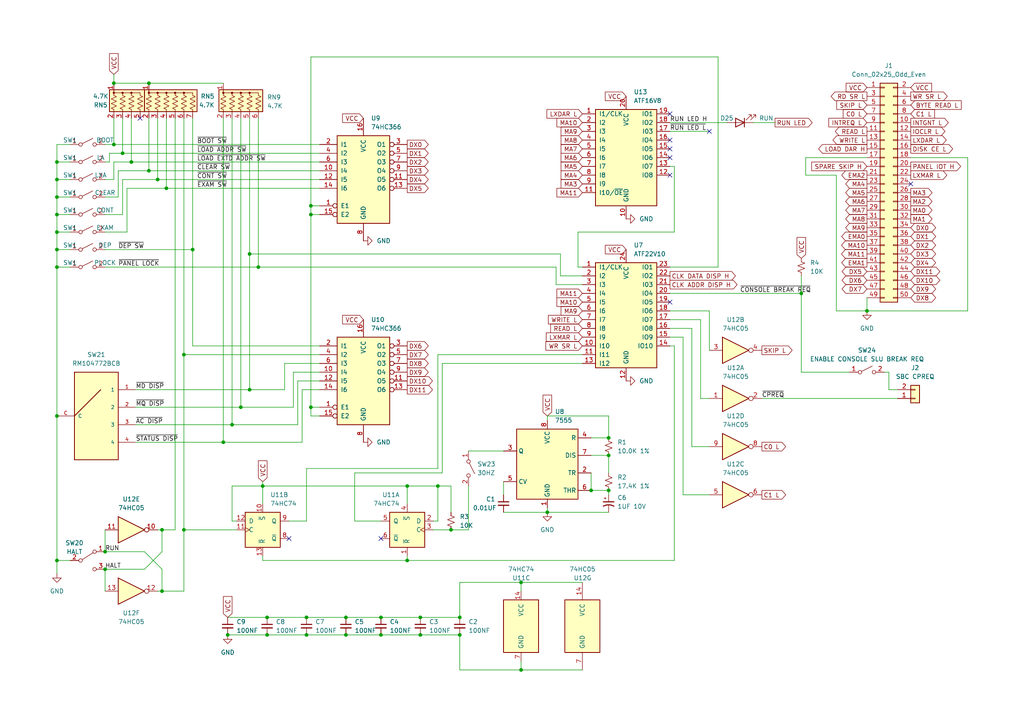
<source format=kicad_sch>
(kicad_sch (version 20230121) (generator eeschema)
  (paper "A4")
  (title_block (title "SBC6120 Mini Front Panel") (date "2023-12-04") (rev "1.0") (company "Chris Tersteeg"))
  (lib_symbols
    (symbol "74xx:74HC74" (pin_names (offset 1.016))
      (property "Reference" "U" (at -7.62 8.89 0))
      (property "Value" "74HC74" (at -7.62 -8.89 0))
      (symbol "74HC74_1_0"
        (pin input line (at 0 -7.62 90) (length 2.54) (name "~{R}") (number "1"))
        (pin input line (at -7.62 2.54 0) (length 2.54) (name "D") (number "2"))
        (pin input clock (at -7.62 0 0) (length 2.54) (name "C") (number "3"))
        (pin input line (at 0 7.62 270) (length 2.54) (name "~{S}") (number "4"))
        (pin output line (at 7.62 2.54 180) (length 2.54) (name "Q") (number "5"))
        (pin output line (at 7.62 -2.54 180) (length 2.54) (name "~{Q}") (number "6"))
      )
      (symbol "74HC74_2_0"
        (pin input line (at 0 7.62 270) (length 2.54) (name "~{S}") (number "10"))
        (pin input clock (at -7.62 0 0) (length 2.54) (name "C") (number "11"))
        (pin input line (at -7.62 2.54 0) (length 2.54) (name "D") (number "12"))
        (pin input line (at 0 -7.62 90) (length 2.54) (name "~{R}") (number "13"))
        (pin output line (at 7.62 -2.54 180) (length 2.54) (name "~{Q}") (number "8"))
        (pin output line (at 7.62 2.54 180) (length 2.54) (name "Q") (number "9"))
      )
      (symbol "74HC74_3_0"
        (pin power_in line (at 0 10.16 270) (length 2.54) (name "VCC") (number "14"))
        (pin power_in line (at 0 -10.16 90) (length 2.54) (name "GND") (number "7"))
      )
    )
    (symbol "74xx:74LS05" (pin_names (offset 1.016))
      (property "Reference" "U" (at 0 1.27 0))
      (property "Value" "74LS05" (at 0 -1.27 0))
      (symbol "74LS05_1_0"
        (pin input line (at -7.62 0 0) (length 3.81) (name "~") (number "1"))
        (pin open_collector inverted (at 7.62 0 180) (length 3.81) (name "~") (number "2"))
      )
      (symbol "74LS05_2_0"
        (pin input line (at -7.62 0 0) (length 3.81) (name "~") (number "3"))
        (pin open_collector inverted (at 7.62 0 180) (length 3.81) (name "~") (number "4"))
      )
      (symbol "74LS05_3_0"
        (pin input line (at -7.62 0 0) (length 3.81) (name "~") (number "5"))
        (pin open_collector inverted (at 7.62 0 180) (length 3.81) (name "~") (number "6"))
      )
      (symbol "74LS05_4_0"
        (pin open_collector inverted (at 7.62 0 180) (length 3.81) (name "~") (number "8"))
        (pin input line (at -7.62 0 0) (length 3.81) (name "~") (number "9"))
      )
      (symbol "74LS05_5_0"
        (pin open_collector inverted (at 7.62 0 180) (length 3.81) (name "~") (number "10"))
        (pin input line (at -7.62 0 0) (length 3.81) (name "~") (number "11"))
      )
      (symbol "74LS05_6_0"
        (pin open_collector inverted (at 7.62 0 180) (length 3.81) (name "~") (number "12"))
        (pin input line (at -7.62 0 0) (length 3.81) (name "~") (number "13"))
      )
      (symbol "74LS05_7_0"
        (pin power_in line (at 0 12.7 270) (length 5.08) (name "VCC") (number "14"))
        (pin power_in line (at 0 -12.7 90) (length 5.08) (name "GND") (number "7"))
      )
    )
    (symbol "74xx:74LS366" (pin_names (offset 1.016))
      (property "Reference" "U" (at -7.62 13.97 0))
      (property "Value" "74LS366" (at -7.62 -13.97 0))
      (symbol "74LS366_1_0"
        (pin input inverted (at -12.7 -7.62 0) (length 5.08) (name "E1") (number "1"))
        (pin input line (at -12.7 2.54 0) (length 5.08) (name "I4") (number "10"))
        (pin tri_state inverted (at 12.7 0 180) (length 5.08) (name "O5") (number "11"))
        (pin input line (at -12.7 0 0) (length 5.08) (name "I5") (number "12"))
        (pin tri_state inverted (at 12.7 -2.54 180) (length 5.08) (name "O6") (number "13"))
        (pin input line (at -12.7 -2.54 0) (length 5.08) (name "I6") (number "14"))
        (pin input inverted (at -12.7 -10.16 0) (length 5.08) (name "E2") (number "15"))
        (pin power_in line (at 0 17.78 270) (length 5.08) (name "VCC") (number "16"))
        (pin input line (at -12.7 10.16 0) (length 5.08) (name "I1") (number "2"))
        (pin tri_state inverted (at 12.7 10.16 180) (length 5.08) (name "O1") (number "3"))
        (pin input line (at -12.7 7.62 0) (length 5.08) (name "I2") (number "4"))
        (pin tri_state inverted (at 12.7 7.62 180) (length 5.08) (name "O2") (number "5"))
        (pin input line (at -12.7 5.08 0) (length 5.08) (name "I3") (number "6"))
        (pin tri_state inverted (at 12.7 5.08 180) (length 5.08) (name "O3") (number "7"))
        (pin power_in line (at 0 -17.78 90) (length 5.08) (name "GND") (number "8"))
        (pin tri_state inverted (at 12.7 2.54 180) (length 5.08) (name "O4") (number "9"))
      )
    )
    (symbol "Connector_Generic:Conn_01x02" (pin_names (offset 1.016) hide)
      (property "Reference" "J" (at 0 2.54 0))
      (property "Value" "Conn_01x02" (at 0 -5.08 0))
      (symbol "Conn_01x02_1_1"
        (pin passive line (at -5.08 0 0) (length 3.81) (name "Pin_1") (number "1"))
        (pin passive line (at -5.08 -2.54 0) (length 3.81) (name "Pin_2") (number "2"))
      )
    )
    (symbol "Connector_Generic:Conn_02x25_Odd_Even" (pin_names (offset 1.016) hide)
      (property "Reference" "J" (at 1.27 33.02 0))
      (property "Value" "Conn_02x25_Odd_Even" (at 1.27 -33.02 0))
      (symbol "Conn_02x25_Odd_Even_1_1"
        (pin passive line (at -5.08 30.48 0) (length 3.81) (name "Pin_1") (number "1"))
        (pin passive line (at 7.62 20.32 180) (length 3.81) (name "Pin_10") (number "10"))
        (pin passive line (at -5.08 17.78 0) (length 3.81) (name "Pin_11") (number "11"))
        (pin passive line (at 7.62 17.78 180) (length 3.81) (name "Pin_12") (number "12"))
        (pin passive line (at -5.08 15.24 0) (length 3.81) (name "Pin_13") (number "13"))
        (pin passive line (at 7.62 15.24 180) (length 3.81) (name "Pin_14") (number "14"))
        (pin passive line (at -5.08 12.7 0) (length 3.81) (name "Pin_15") (number "15"))
        (pin passive line (at 7.62 12.7 180) (length 3.81) (name "Pin_16") (number "16"))
        (pin passive line (at -5.08 10.16 0) (length 3.81) (name "Pin_17") (number "17"))
        (pin passive line (at 7.62 10.16 180) (length 3.81) (name "Pin_18") (number "18"))
        (pin passive line (at -5.08 7.62 0) (length 3.81) (name "Pin_19") (number "19"))
        (pin passive line (at 7.62 30.48 180) (length 3.81) (name "Pin_2") (number "2"))
        (pin passive line (at 7.62 7.62 180) (length 3.81) (name "Pin_20") (number "20"))
        (pin passive line (at -5.08 5.08 0) (length 3.81) (name "Pin_21") (number "21"))
        (pin passive line (at 7.62 5.08 180) (length 3.81) (name "Pin_22") (number "22"))
        (pin passive line (at -5.08 2.54 0) (length 3.81) (name "Pin_23") (number "23"))
        (pin passive line (at 7.62 2.54 180) (length 3.81) (name "Pin_24") (number "24"))
        (pin passive line (at -5.08 0 0) (length 3.81) (name "Pin_25") (number "25"))
        (pin passive line (at 7.62 0 180) (length 3.81) (name "Pin_26") (number "26"))
        (pin passive line (at -5.08 -2.54 0) (length 3.81) (name "Pin_27") (number "27"))
        (pin passive line (at 7.62 -2.54 180) (length 3.81) (name "Pin_28") (number "28"))
        (pin passive line (at -5.08 -5.08 0) (length 3.81) (name "Pin_29") (number "29"))
        (pin passive line (at -5.08 27.94 0) (length 3.81) (name "Pin_3") (number "3"))
        (pin passive line (at 7.62 -5.08 180) (length 3.81) (name "Pin_30") (number "30"))
        (pin passive line (at -5.08 -7.62 0) (length 3.81) (name "Pin_31") (number "31"))
        (pin passive line (at 7.62 -7.62 180) (length 3.81) (name "Pin_32") (number "32"))
        (pin passive line (at -5.08 -10.16 0) (length 3.81) (name "Pin_33") (number "33"))
        (pin passive line (at 7.62 -10.16 180) (length 3.81) (name "Pin_34") (number "34"))
        (pin passive line (at -5.08 -12.7 0) (length 3.81) (name "Pin_35") (number "35"))
        (pin passive line (at 7.62 -12.7 180) (length 3.81) (name "Pin_36") (number "36"))
        (pin passive line (at -5.08 -15.24 0) (length 3.81) (name "Pin_37") (number "37"))
        (pin passive line (at 7.62 -15.24 180) (length 3.81) (name "Pin_38") (number "38"))
        (pin passive line (at -5.08 -17.78 0) (length 3.81) (name "Pin_39") (number "39"))
        (pin passive line (at 7.62 27.94 180) (length 3.81) (name "Pin_4") (number "4"))
        (pin passive line (at 7.62 -17.78 180) (length 3.81) (name "Pin_40") (number "40"))
        (pin passive line (at -5.08 -20.32 0) (length 3.81) (name "Pin_41") (number "41"))
        (pin passive line (at 7.62 -20.32 180) (length 3.81) (name "Pin_42") (number "42"))
        (pin passive line (at -5.08 -22.86 0) (length 3.81) (name "Pin_43") (number "43"))
        (pin passive line (at 7.62 -22.86 180) (length 3.81) (name "Pin_44") (number "44"))
        (pin passive line (at -5.08 -25.4 0) (length 3.81) (name "Pin_45") (number "45"))
        (pin passive line (at 7.62 -25.4 180) (length 3.81) (name "Pin_46") (number "46"))
        (pin passive line (at -5.08 -27.94 0) (length 3.81) (name "Pin_47") (number "47"))
        (pin passive line (at 7.62 -27.94 180) (length 3.81) (name "Pin_48") (number "48"))
        (pin passive line (at -5.08 -30.48 0) (length 3.81) (name "Pin_49") (number "49"))
        (pin passive line (at -5.08 25.4 0) (length 3.81) (name "Pin_5") (number "5"))
        (pin passive line (at 7.62 -30.48 180) (length 3.81) (name "Pin_50") (number "50"))
        (pin passive line (at 7.62 25.4 180) (length 3.81) (name "Pin_6") (number "6"))
        (pin passive line (at -5.08 22.86 0) (length 3.81) (name "Pin_7") (number "7"))
        (pin passive line (at 7.62 22.86 180) (length 3.81) (name "Pin_8") (number "8"))
        (pin passive line (at -5.08 20.32 0) (length 3.81) (name "Pin_9") (number "9"))
      )
    )
    (symbol "Device:C_Polarized_Small_US" (pin_numbers hide) (pin_names (offset 0.254) hide)
      (property "Reference" "C" (at 0.254 1.778 0))
      (property "Value" "C_Polarized_Small_US" (at 0.254 -2.032 0))
      (symbol "C_Polarized_Small_US_1_1"
        (pin passive line (at 0 2.54 270) (length 2.032) (name "~") (number "1"))
        (pin passive line (at 0 -2.54 90) (length 2.032) (name "~") (number "2"))
      )
    )
    (symbol "Device:C_Small" (pin_numbers hide) (pin_names (offset 0.254) hide)
      (property "Reference" "C" (at 0.254 1.778 0))
      (property "Value" "C_Small" (at 0.254 -2.032 0))
      (symbol "C_Small_1_1"
        (pin passive line (at 0 2.54 270) (length 2.032) (name "~") (number "1"))
        (pin passive line (at 0 -2.54 90) (length 2.032) (name "~") (number "2"))
      )
    )
    (symbol "Device:LED" (pin_numbers hide) (pin_names (offset 1.016) hide)
      (property "Reference" "D" (at 0 2.54 0))
      (property "Value" "LED" (at 0 -2.54 0))
      (symbol "LED_1_1"
        (pin passive line (at -3.81 0 0) (length 2.54) (name "K") (number "1"))
        (pin passive line (at 3.81 0 180) (length 2.54) (name "A") (number "2"))
      )
    )
    (symbol "Device:R_Network04_US" (pin_names (offset 0) hide)
      (property "Reference" "RN" (at -7.62 0 90))
      (property "Value" "R_Network04_US" (at 5.08 0 90))
      (symbol "R_Network04_US_1_1"
        (pin passive line (at -5.08 5.08 270) (length 2.54) (name "common") (number "1"))
        (pin passive line (at -5.08 -5.08 90) (length 1.27) (name "R1") (number "2"))
        (pin passive line (at -2.54 -5.08 90) (length 1.27) (name "R2") (number "3"))
        (pin passive line (at 0 -5.08 90) (length 1.27) (name "R3") (number "4"))
        (pin passive line (at 2.54 -5.08 90) (length 1.27) (name "R4") (number "5"))
      )
    )
    (symbol "Device:R_Network05_US" (pin_names (offset 0) hide)
      (property "Reference" "RN" (at -7.62 0 90))
      (property "Value" "R_Network05_US" (at 7.62 0 90))
      (symbol "R_Network05_US_1_1"
        (pin passive line (at -5.08 5.08 270) (length 2.54) (name "common") (number "1"))
        (pin passive line (at -5.08 -5.08 90) (length 1.27) (name "R1") (number "2"))
        (pin passive line (at -2.54 -5.08 90) (length 1.27) (name "R2") (number "3"))
        (pin passive line (at 0 -5.08 90) (length 1.27) (name "R3") (number "4"))
        (pin passive line (at 2.54 -5.08 90) (length 1.27) (name "R4") (number "5"))
        (pin passive line (at 5.08 -5.08 90) (length 1.27) (name "R5") (number "6"))
      )
    )
    (symbol "Device:R_Network06_US" (pin_names (offset 0) hide)
      (property "Reference" "RN" (at -10.16 0 90))
      (property "Value" "R_Network06_US" (at 7.62 0 90))
      (symbol "R_Network06_US_1_1"
        (pin passive line (at -7.62 5.08 270) (length 2.54) (name "common") (number "1"))
        (pin passive line (at -7.62 -5.08 90) (length 1.27) (name "R1") (number "2"))
        (pin passive line (at -5.08 -5.08 90) (length 1.27) (name "R2") (number "3"))
        (pin passive line (at -2.54 -5.08 90) (length 1.27) (name "R3") (number "4"))
        (pin passive line (at 0 -5.08 90) (length 1.27) (name "R4") (number "5"))
        (pin passive line (at 2.54 -5.08 90) (length 1.27) (name "R5") (number "6"))
        (pin passive line (at 5.08 -5.08 90) (length 1.27) (name "R6") (number "7"))
      )
    )
    (symbol "Device:R_Small_US" (pin_numbers hide) (pin_names (offset 0.254) hide)
      (property "Reference" "R" (at 0.762 0.508 0))
      (property "Value" "R_Small_US" (at 0.762 -1.016 0))
      (symbol "R_Small_US_1_1"
        (pin passive line (at 0 2.54 270) (length 1.016) (name "~") (number "1"))
        (pin passive line (at 0 -2.54 90) (length 1.016) (name "~") (number "2"))
      )
    )
    (symbol "Logic_Programmable:GAL16V8" (pin_names (offset 1.016))
      (property "Reference" "U" (at -8.89 16.51 0))
      (property "Value" "GAL16V8" (at 1.27 16.51 0))
      (symbol "GAL16V8_0_0"
        (pin power_in line (at 0 -17.78 90) (length 3.81) (name "GND") (number "10"))
        (pin power_in line (at 0 17.78 270) (length 3.81) (name "VCC") (number "20"))
      )
      (symbol "GAL16V8_1_1"
        (pin input line (at -12.7 12.7 0) (length 3.81) (name "I1/CLK") (number "1"))
        (pin input line (at -12.7 -10.16 0) (length 3.81) (name "I10/~{OE}") (number "11"))
        (pin tri_state line (at 12.7 -5.08 180) (length 3.81) (name "IO8") (number "12"))
        (pin tri_state line (at 12.7 -2.54 180) (length 3.81) (name "IO7") (number "13"))
        (pin tri_state line (at 12.7 0 180) (length 3.81) (name "IO6") (number "14"))
        (pin tri_state line (at 12.7 2.54 180) (length 3.81) (name "IO5") (number "15"))
        (pin tri_state line (at 12.7 5.08 180) (length 3.81) (name "IO4") (number "16"))
        (pin tri_state line (at 12.7 7.62 180) (length 3.81) (name "I03") (number "17"))
        (pin tri_state line (at 12.7 10.16 180) (length 3.81) (name "IO2") (number "18"))
        (pin tri_state line (at 12.7 12.7 180) (length 3.81) (name "IO1") (number "19"))
        (pin input line (at -12.7 10.16 0) (length 3.81) (name "I2") (number "2"))
        (pin input line (at -12.7 7.62 0) (length 3.81) (name "I3") (number "3"))
        (pin input line (at -12.7 5.08 0) (length 3.81) (name "I4") (number "4"))
        (pin input line (at -12.7 2.54 0) (length 3.81) (name "I5") (number "5"))
        (pin input line (at -12.7 0 0) (length 3.81) (name "I6") (number "6"))
        (pin input line (at -12.7 -2.54 0) (length 3.81) (name "I7") (number "7"))
        (pin input line (at -12.7 -5.08 0) (length 3.81) (name "I8") (number "8"))
        (pin input line (at -12.7 -7.62 0) (length 3.81) (name "I9") (number "9"))
      )
    )
    (symbol "RM104772BCB-SnapEDA:RM104772BCB" (pin_names (offset 1.016))
      (property "Reference" "SW" (at 0 -2.54 0))
      (property "Value" "RM104772BCB" (at 0 -5.08 0))
      (symbol "RM104772BCB_0_0"
        (pin bidirectional line (at 17.78 20.32 180) (length 5.08) (name "1") (number "1"))
        (pin bidirectional line (at 17.78 15.24 180) (length 5.08) (name "2") (number "2"))
        (pin bidirectional line (at 17.78 10.16 180) (length 5.08) (name "3") (number "3"))
        (pin bidirectional line (at 17.78 5.08 180) (length 5.08) (name "4") (number "4"))
        (pin bidirectional line (at -5.08 12.7 0) (length 5.08) (name "C") (number "C"))
      )
    )
    (symbol "Switch:SW_SPDT" (pin_names (offset 0) hide)
      (property "Reference" "SW" (at 0 4.318 0))
      (property "Value" "SW_SPDT" (at 0 -5.08 0))
      (symbol "SW_SPDT_1_1"
        (pin passive line (at 5.08 2.54 180) (length 2.54) (name "A") (number "1"))
        (pin passive line (at -5.08 0 0) (length 2.54) (name "B") (number "2"))
        (pin passive line (at 5.08 -2.54 180) (length 2.54) (name "C") (number "3"))
      )
    )
    (symbol "Switch:SW_SPST" (pin_names (offset 0) hide)
      (property "Reference" "SW" (at 0 3.175 0))
      (property "Value" "SW_SPST" (at 0 -2.54 0))
      (symbol "SW_SPST_1_1"
        (pin passive line (at -5.08 0 0) (length 2.54) (name "A") (number "1"))
        (pin passive line (at 5.08 0 180) (length 2.54) (name "B") (number "2"))
      )
    )
    (symbol "Tersteeg:7555_Timer"
      (property "Reference" "U" (at -10.16 8.89 0))
      (property "Value" "7555" (at 2.54 8.89 0))
      (symbol "7555_Timer_0_0"
        (pin power_in line (at 0 -15.24 90) (length 2.54) (name "GND") (number "1"))
        (pin power_in line (at 0 10.16 270) (length 2.54) (name "VCC") (number "8"))
      )
      (symbol "7555_Timer_1_1"
        (pin input line (at 12.7 -5.08 180) (length 3.81) (name "TR") (number "2"))
        (pin output line (at -12.7 1.27 0) (length 3.81) (name "Q") (number "3"))
        (pin input line (at 12.7 5.08 180) (length 3.81) (name "R") (number "4"))
        (pin input line (at -12.7 -7.62 0) (length 3.81) (name "CV") (number "5"))
        (pin input line (at 12.7 -10.16 180) (length 3.81) (name "THR") (number "6"))
        (pin input line (at 12.7 0 180) (length 3.81) (name "DIS") (number "7"))
      )
    )
    (symbol "Tersteeg:GAL22V10" (pin_names (offset 1.016))
      (property "Reference" "U" (at -8.89 16.51 0))
      (property "Value" "GAL22V10" (at 1.27 16.51 0))
      (symbol "GAL22V10_1_0"
        (pin power_in line (at 0 -20.32 90) (length 3.81) (name "GND") (number "12"))
        (pin power_in line (at 0 17.78 270) (length 3.81) (name "VCC") (number "24"))
      )
      (symbol "GAL22V10_1_1"
        (pin input line (at -12.7 12.7 0) (length 3.81) (name "I1/CLK") (number "1"))
        (pin input line (at -12.7 -10.16 0) (length 3.81) (name "I10") (number "10"))
        (pin input line (at -12.7 -12.7 0) (length 3.81) (name "I11") (number "11"))
        (pin input line (at -12.7 -15.24 0) (length 3.81) (name "I12") (number "13"))
        (pin tri_state line (at 12.7 -10.16 180) (length 3.81) (name "IO10") (number "14"))
        (pin tri_state line (at 12.7 -7.62 180) (length 3.81) (name "IO9") (number "15"))
        (pin tri_state line (at 12.7 -5.08 180) (length 3.81) (name "IO8") (number "16"))
        (pin tri_state line (at 12.7 -2.54 180) (length 3.81) (name "IO7") (number "17"))
        (pin tri_state line (at 12.7 0 180) (length 3.81) (name "IO6") (number "18"))
        (pin tri_state line (at 12.7 2.54 180) (length 3.81) (name "IO5") (number "19"))
        (pin input line (at -12.7 10.16 0) (length 3.81) (name "I2") (number "2"))
        (pin tri_state line (at 12.7 5.08 180) (length 3.81) (name "IO4") (number "20"))
        (pin tri_state line (at 12.7 7.62 180) (length 3.81) (name "I03") (number "21"))
        (pin tri_state line (at 12.7 10.16 180) (length 3.81) (name "IO2") (number "22"))
        (pin tri_state line (at 12.7 12.7 180) (length 3.81) (name "IO1") (number "23"))
        (pin input line (at -12.7 7.62 0) (length 3.81) (name "I3") (number "3"))
        (pin input line (at -12.7 5.08 0) (length 3.81) (name "I4") (number "4"))
        (pin input line (at -12.7 2.54 0) (length 3.81) (name "I5") (number "5"))
        (pin input line (at -12.7 0 0) (length 3.81) (name "I6") (number "6"))
        (pin input line (at -12.7 -2.54 0) (length 3.81) (name "I7") (number "7"))
        (pin input line (at -12.7 -5.08 0) (length 3.81) (name "I8") (number "8"))
        (pin input line (at -12.7 -7.62 0) (length 3.81) (name "I9") (number "9"))
      )
    )
    (symbol "power:GND" (power) (pin_names (offset 0))
      (property "Value" "GND" (at 0 -3.81 0))
      (symbol "GND_1_1"
        (pin power_in line (at 0 0 270) (length 0) hide (name "GND") (number "1"))
      )
    )
  )
  (junction (at 176.53 127))
  (junction (at 45.72 52.07))
  (junction (at 16.51 67.31))
  (junction (at 16.51 120.65))
  (junction (at 30.48 165.1))
  (junction (at 110.49 184.15))
  (junction (at 251.46 90.17))
  (junction (at 33.02 41.91))
  (junction (at 43.18 49.53))
  (junction (at 90.17 118.11))
  (junction (at 118.11 162.56))
  (junction (at 74.93 77.47))
  (junction (at 46.99 153.67))
  (junction (at 118.11 140.97))
  (junction (at 30.48 160.02))
  (junction (at 53.34 153.67))
  (junction (at 72.39 113.03))
  (junction (at 90.17 59.69))
  (junction (at 16.51 77.47))
  (junction (at 88.9 184.15))
  (junction (at 72.39 73.66))
  (junction (at 48.26 54.61))
  (junction (at 64.77 128.27))
  (junction (at 171.45 142.24))
  (junction (at 127 140.97))
  (junction (at 133.35 184.15))
  (junction (at 33.02 24.13))
  (junction (at 16.51 52.07))
  (junction (at 55.88 72.39))
  (junction (at 67.31 123.19))
  (junction (at 38.1 46.99))
  (junction (at 151.13 194.31))
  (junction (at 53.34 102.87))
  (junction (at 151.13 168.91))
  (junction (at 16.51 162.56))
  (junction (at 46.99 171.45))
  (junction (at 77.47 184.15))
  (junction (at 88.9 179.07))
  (junction (at 76.2 140.97))
  (junction (at 121.92 184.15))
  (junction (at 16.51 46.99))
  (junction (at 232.41 85.09))
  (junction (at 130.81 153.67))
  (junction (at 69.85 118.11))
  (junction (at 158.75 148.59))
  (junction (at 133.35 179.07))
  (junction (at 16.51 57.15))
  (junction (at 16.51 62.23))
  (junction (at 16.51 72.39))
  (junction (at 100.33 179.07))
  (junction (at 100.33 184.15))
  (junction (at 35.56 44.45))
  (junction (at 110.49 179.07))
  (junction (at 66.04 184.15))
  (junction (at 121.92 179.07))
  (junction (at 176.53 142.24))
  (junction (at 176.53 132.08))
  (junction (at 77.47 179.07))
  (junction (at 43.18 24.13))
  (junction (at 90.17 62.23))
  (no_connect (at 205.74 38.1))
  (no_connect (at 194.31 50.8))
  (no_connect (at 40.64 34.29))
  (no_connect (at 194.31 40.64))
  (no_connect (at 110.49 156.21))
  (no_connect (at 194.31 43.18))
  (no_connect (at 264.16 53.34))
  (no_connect (at 83.82 156.21))
  (no_connect (at 194.31 33.02))
  (no_connect (at 194.31 87.63))
  (no_connect (at 194.31 45.72))
  (wire (pts (xy 198.12 97.79) (xy 194.31 97.79)))
  (wire (pts (xy 102.87 151.13) (xy 102.87 137.16)))
  (wire (pts (xy 67.31 34.29) (xy 67.31 123.19)))
  (wire (pts (xy 167.64 77.47) (xy 168.91 77.47)))
  (wire (pts (xy 66.04 184.15) (xy 77.47 184.15)))
  (wire (pts (xy 92.71 105.41) (xy 82.55 105.41)))
  (wire (pts (xy 41.91 165.1) (xy 46.99 160.02)))
  (wire (pts (xy 53.34 171.45) (xy 46.99 171.45)))
  (wire (pts (xy 118.11 140.97) (xy 118.11 146.05)))
  (wire (pts (xy 53.34 102.87) (xy 92.71 102.87)))
  (wire (pts (xy 100.33 179.07) (xy 110.49 179.07)))
  (wire (pts (xy 16.51 57.15) (xy 20.32 57.15)))
  (wire (pts (xy 194.31 35.56) (xy 210.82 35.56)))
  (wire (pts (xy 198.12 143.51) (xy 205.74 143.51)))
  (wire (pts (xy 92.71 113.03) (xy 87.63 113.03)))
  (wire (pts (xy 16.51 77.47) (xy 20.32 77.47)))
  (wire (pts (xy 110.49 179.07) (xy 121.92 179.07)))
  (wire (pts (xy 92.71 52.07) (xy 45.72 52.07)))
  (wire (pts (xy 88.9 135.89) (xy 88.9 151.13)))
  (wire (pts (xy 194.31 95.25) (xy 200.66 95.25)))
  (wire (pts (xy 90.17 59.69) (xy 90.17 62.23)))
  (wire (pts (xy 176.53 120.65) (xy 176.53 127)))
  (wire (pts (xy 151.13 194.31) (xy 151.13 191.77)))
  (wire (pts (xy 16.51 41.91) (xy 16.51 46.99)))
  (wire (pts (xy 85.09 118.11) (xy 69.85 118.11)))
  (wire (pts (xy 90.17 118.11) (xy 90.17 62.23)))
  (wire (pts (xy 102.87 137.16) (xy 128.27 137.16)))
  (wire (pts (xy 16.51 120.65) (xy 16.51 162.56)))
  (wire (pts (xy 251.46 90.17) (xy 280.67 90.17)))
  (wire (pts (xy 280.67 45.72) (xy 280.67 90.17)))
  (wire (pts (xy 242.57 90.17) (xy 242.57 50.8)))
  (wire (pts (xy 35.56 62.23) (xy 30.48 62.23)))
  (wire (pts (xy 256.54 107.95) (xy 257.81 107.95)))
  (wire (pts (xy 121.92 184.15) (xy 133.35 184.15)))
  (wire (pts (xy 16.51 62.23) (xy 16.51 67.31)))
  (wire (pts (xy 130.81 148.59) (xy 130.81 140.97)))
  (wire (pts (xy 151.13 168.91) (xy 168.91 168.91)))
  (wire (pts (xy 77.47 184.15) (xy 88.9 184.15)))
  (wire (pts (xy 158.75 120.65) (xy 176.53 120.65)))
  (wire (pts (xy 88.9 151.13) (xy 83.82 151.13)))
  (wire (pts (xy 127 102.87) (xy 127 135.89)))
  (wire (pts (xy 76.2 139.7) (xy 76.2 140.97)))
  (wire (pts (xy 30.48 160.02) (xy 41.91 160.02)))
  (wire (pts (xy 168.91 102.87) (xy 127 102.87)))
  (wire (pts (xy 88.9 184.15) (xy 100.33 184.15)))
  (wire (pts (xy 158.75 121.92) (xy 158.75 120.65)))
  (wire (pts (xy 92.71 100.33) (xy 55.88 100.33)))
  (wire (pts (xy 48.26 54.61) (xy 92.71 54.61)))
  (wire (pts (xy 36.83 54.61) (xy 36.83 67.31)))
  (wire (pts (xy 90.17 16.51) (xy 208.28 16.51)))
  (wire (pts (xy 72.39 34.29) (xy 72.39 73.66)))
  (wire (pts (xy 195.58 100.33) (xy 194.31 100.33)))
  (wire (pts (xy 16.51 77.47) (xy 16.51 120.65)))
  (wire (pts (xy 36.83 54.61) (xy 48.26 54.61)))
  (wire (pts (xy 76.2 140.97) (xy 76.2 146.05)))
  (wire (pts (xy 90.17 120.65) (xy 92.71 120.65)))
  (wire (pts (xy 35.56 52.07) (xy 35.56 62.23)))
  (wire (pts (xy 194.31 92.71) (xy 203.2 92.71)))
  (wire (pts (xy 151.13 168.91) (xy 133.35 168.91)))
  (wire (pts (xy 43.18 34.29) (xy 43.18 49.53)))
  (wire (pts (xy 110.49 184.15) (xy 121.92 184.15)))
  (wire (pts (xy 168.91 194.31) (xy 151.13 194.31)))
  (wire (pts (xy 50.8 34.29) (xy 50.8 153.67)))
  (wire (pts (xy 161.29 82.55) (xy 168.91 82.55)))
  (wire (pts (xy 36.83 67.31) (xy 30.48 67.31)))
  (wire (pts (xy 86.36 110.49) (xy 86.36 123.19)))
  (wire (pts (xy 127 140.97) (xy 127 151.13)))
  (wire (pts (xy 46.99 165.1) (xy 46.99 171.45)))
  (wire (pts (xy 16.51 67.31) (xy 16.51 72.39)))
  (wire (pts (xy 92.71 59.69) (xy 90.17 59.69)))
  (wire (pts (xy 45.72 34.29) (xy 45.72 52.07)))
  (wire (pts (xy 118.11 162.56) (xy 118.11 161.29)))
  (wire (pts (xy 233.68 50.8) (xy 233.68 45.72)))
  (wire (pts (xy 128.27 137.16) (xy 128.27 105.41)))
  (wire (pts (xy 127 135.89) (xy 88.9 135.89)))
  (wire (pts (xy 30.48 77.47) (xy 74.93 77.47)))
  (wire (pts (xy 121.92 179.07) (xy 133.35 179.07)))
  (wire (pts (xy 194.31 38.1) (xy 205.74 38.1)))
  (wire (pts (xy 55.88 100.33) (xy 55.88 72.39)))
  (wire (pts (xy 33.02 21.59) (xy 33.02 24.13)))
  (wire (pts (xy 195.58 48.26) (xy 195.58 67.31)))
  (wire (pts (xy 16.51 72.39) (xy 20.32 72.39)))
  (wire (pts (xy 200.66 129.54) (xy 205.74 129.54)))
  (wire (pts (xy 82.55 105.41) (xy 82.55 113.03)))
  (wire (pts (xy 135.89 130.81) (xy 146.05 130.81)))
  (wire (pts (xy 242.57 90.17) (xy 251.46 90.17)))
  (wire (pts (xy 232.41 85.09) (xy 232.41 107.95)))
  (wire (pts (xy 64.77 34.29) (xy 64.77 128.27)))
  (wire (pts (xy 30.48 165.1) (xy 41.91 165.1)))
  (wire (pts (xy 31.75 46.99) (xy 30.48 46.99)))
  (wire (pts (xy 158.75 148.59) (xy 176.53 148.59)))
  (wire (pts (xy 16.51 46.99) (xy 16.51 52.07)))
  (wire (pts (xy 257.81 107.95) (xy 257.81 113.03)))
  (wire (pts (xy 92.71 118.11) (xy 90.17 118.11)))
  (wire (pts (xy 53.34 34.29) (xy 53.34 102.87)))
  (wire (pts (xy 45.72 52.07) (xy 35.56 52.07)))
  (wire (pts (xy 16.51 62.23) (xy 20.32 62.23)))
  (wire (pts (xy 195.58 67.31) (xy 167.64 67.31)))
  (wire (pts (xy 16.51 72.39) (xy 16.51 77.47)))
  (wire (pts (xy 146.05 139.7) (xy 146.05 143.51)))
  (wire (pts (xy 88.9 179.07) (xy 100.33 179.07)))
  (wire (pts (xy 264.16 45.72) (xy 280.67 45.72)))
  (wire (pts (xy 53.34 102.87) (xy 53.34 153.67)))
  (wire (pts (xy 69.85 34.29) (xy 69.85 118.11)))
  (wire (pts (xy 135.89 140.97) (xy 135.89 153.67)))
  (wire (pts (xy 33.02 52.07) (xy 30.48 52.07)))
  (wire (pts (xy 30.48 165.1) (xy 30.48 171.45)))
  (wire (pts (xy 30.48 72.39) (xy 55.88 72.39)))
  (wire (pts (xy 43.18 49.53) (xy 34.29 49.53)))
  (wire (pts (xy 41.91 160.02) (xy 46.99 165.1)))
  (wire (pts (xy 31.75 44.45) (xy 35.56 44.45)))
  (wire (pts (xy 76.2 140.97) (xy 118.11 140.97)))
  (wire (pts (xy 146.05 148.59) (xy 158.75 148.59)))
  (wire (pts (xy 30.48 153.67) (xy 30.48 160.02)))
  (wire (pts (xy 200.66 95.25) (xy 200.66 129.54)))
  (wire (pts (xy 85.09 107.95) (xy 85.09 118.11)))
  (wire (pts (xy 167.64 67.31) (xy 167.64 77.47)))
  (wire (pts (xy 194.31 85.09) (xy 232.41 85.09)))
  (wire (pts (xy 128.27 105.41) (xy 168.91 105.41)))
  (wire (pts (xy 125.73 153.67) (xy 130.81 153.67)))
  (wire (pts (xy 251.46 86.36) (xy 251.46 90.17)))
  (wire (pts (xy 151.13 194.31) (xy 133.35 194.31)))
  (wire (pts (xy 30.48 41.91) (xy 33.02 41.91)))
  (wire (pts (xy 90.17 59.69) (xy 90.17 16.51)))
  (wire (pts (xy 130.81 140.97) (xy 127 140.97)))
  (wire (pts (xy 16.51 67.31) (xy 20.32 67.31)))
  (wire (pts (xy 198.12 97.79) (xy 198.12 143.51)))
  (wire (pts (xy 46.99 160.02) (xy 46.99 153.67)))
  (wire (pts (xy 69.85 118.11) (xy 39.37 118.11)))
  (wire (pts (xy 31.75 44.45) (xy 31.75 46.99)))
  (wire (pts (xy 92.71 107.95) (xy 85.09 107.95)))
  (wire (pts (xy 67.31 123.19) (xy 39.37 123.19)))
  (wire (pts (xy 16.51 46.99) (xy 20.32 46.99)))
  (wire (pts (xy 34.29 57.15) (xy 30.48 57.15)))
  (wire (pts (xy 76.2 161.29) (xy 76.2 162.56)))
  (wire (pts (xy 68.58 151.13) (xy 67.31 151.13)))
  (wire (pts (xy 33.02 46.99) (xy 38.1 46.99)))
  (wire (pts (xy 135.89 153.67) (xy 130.81 153.67)))
  (wire (pts (xy 82.55 113.03) (xy 72.39 113.03)))
  (wire (pts (xy 118.11 140.97) (xy 127 140.97)))
  (wire (pts (xy 220.98 115.57) (xy 260.35 115.57)))
  (wire (pts (xy 208.28 77.47) (xy 194.31 77.47)))
  (wire (pts (xy 110.49 151.13) (xy 102.87 151.13)))
  (wire (pts (xy 90.17 118.11) (xy 90.17 120.65)))
  (wire (pts (xy 158.75 147.32) (xy 158.75 148.59)))
  (wire (pts (xy 92.71 49.53) (xy 43.18 49.53)))
  (wire (pts (xy 64.77 128.27) (xy 87.63 128.27)))
  (wire (pts (xy 74.93 77.47) (xy 161.29 77.47)))
  (wire (pts (xy 39.37 128.27) (xy 64.77 128.27)))
  (wire (pts (xy 87.63 113.03) (xy 87.63 128.27)))
  (wire (pts (xy 46.99 171.45) (xy 45.72 171.45)))
  (wire (pts (xy 33.02 34.29) (xy 33.02 41.91)))
  (wire (pts (xy 208.28 16.51) (xy 208.28 77.47)))
  (wire (pts (xy 48.26 34.29) (xy 48.26 54.61)))
  (wire (pts (xy 38.1 34.29) (xy 38.1 46.99)))
  (wire (pts (xy 67.31 140.97) (xy 76.2 140.97)))
  (wire (pts (xy 76.2 162.56) (xy 118.11 162.56)))
  (wire (pts (xy 50.8 153.67) (xy 46.99 153.67)))
  (wire (pts (xy 118.11 162.56) (xy 195.58 162.56)))
  (wire (pts (xy 194.31 48.26) (xy 195.58 48.26)))
  (wire (pts (xy 16.51 162.56) (xy 16.51 166.37)))
  (wire (pts (xy 72.39 113.03) (xy 39.37 113.03)))
  (wire (pts (xy 16.51 52.07) (xy 20.32 52.07)))
  (wire (pts (xy 162.56 80.01) (xy 162.56 73.66)))
  (wire (pts (xy 46.99 153.67) (xy 45.72 153.67)))
  (wire (pts (xy 242.57 50.8) (xy 233.68 50.8)))
  (wire (pts (xy 232.41 107.95) (xy 246.38 107.95)))
  (wire (pts (xy 92.71 110.49) (xy 86.36 110.49)))
  (wire (pts (xy 171.45 132.08) (xy 176.53 132.08)))
  (wire (pts (xy 133.35 168.91) (xy 133.35 179.07)))
  (wire (pts (xy 35.56 34.29) (xy 35.56 44.45)))
  (wire (pts (xy 127 151.13) (xy 125.73 151.13)))
  (wire (pts (xy 72.39 73.66) (xy 72.39 113.03)))
  (wire (pts (xy 194.31 90.17) (xy 205.74 90.17)))
  (wire (pts (xy 203.2 115.57) (xy 205.74 115.57)))
  (wire (pts (xy 53.34 153.67) (xy 53.34 171.45)))
  (wire (pts (xy 86.36 123.19) (xy 67.31 123.19)))
  (wire (pts (xy 53.34 153.67) (xy 68.58 153.67)))
  (wire (pts (xy 16.51 162.56) (xy 20.32 162.56)))
  (wire (pts (xy 232.41 80.01) (xy 232.41 85.09)))
  (wire (pts (xy 203.2 92.71) (xy 203.2 115.57)))
  (wire (pts (xy 66.04 179.07) (xy 77.47 179.07)))
  (wire (pts (xy 151.13 171.45) (xy 151.13 168.91)))
  (wire (pts (xy 176.53 142.24) (xy 176.53 143.51)))
  (wire (pts (xy 205.74 90.17) (xy 205.74 101.6)))
  (wire (pts (xy 77.47 179.07) (xy 88.9 179.07)))
  (wire (pts (xy 90.17 62.23) (xy 92.71 62.23)))
  (wire (pts (xy 34.29 49.53) (xy 34.29 57.15)))
  (wire (pts (xy 168.91 80.01) (xy 162.56 80.01)))
  (wire (pts (xy 257.81 113.03) (xy 260.35 113.03)))
  (wire (pts (xy 33.02 41.91) (xy 92.71 41.91)))
  (wire (pts (xy 161.29 77.47) (xy 161.29 82.55)))
  (wire (pts (xy 176.53 132.08) (xy 176.53 137.16)))
  (wire (pts (xy 133.35 194.31) (xy 133.35 184.15)))
  (wire (pts (xy 67.31 151.13) (xy 67.31 140.97)))
  (wire (pts (xy 55.88 34.29) (xy 55.88 72.39)))
  (wire (pts (xy 20.32 41.91) (xy 16.51 41.91)))
  (wire (pts (xy 100.33 184.15) (xy 110.49 184.15)))
  (wire (pts (xy 162.56 73.66) (xy 72.39 73.66)))
  (wire (pts (xy 218.44 35.56) (xy 224.79 35.56)))
  (wire (pts (xy 233.68 45.72) (xy 251.46 45.72)))
  (wire (pts (xy 74.93 77.47) (xy 74.93 34.29)))
  (wire (pts (xy 171.45 142.24) (xy 176.53 142.24)))
  (wire (pts (xy 33.02 24.13) (xy 43.18 24.13)))
  (wire (pts (xy 16.51 57.15) (xy 16.51 62.23)))
  (wire (pts (xy 33.02 46.99) (xy 33.02 52.07)))
  (wire (pts (xy 43.18 24.13) (xy 64.77 24.13)))
  (wire (pts (xy 16.51 52.07) (xy 16.51 57.15)))
  (wire (pts (xy 195.58 162.56) (xy 195.58 100.33)))
  (wire (pts (xy 38.1 46.99) (xy 92.71 46.99)))
  (wire (pts (xy 35.56 44.45) (xy 92.71 44.45)))
  (wire (pts (xy 171.45 127) (xy 176.53 127)))
  (wire (pts (xy 171.45 137.16) (xy 171.45 142.24)))
  (label "~{BOOT SW}" (at 57.15 41.91 0))
  (label "RUN LED H" (at 194.31 35.56 0))
  (label "~{LOAD EXTD ADDR SW}" (at 57.15 46.99 0))
  (label "~{CLEAR SW}" (at 57.15 49.53 0))
  (label "~{LOAD ADDR SW}" (at 57.15 44.45 0))
  (label "~{MD DISP}" (at 39.37 113.03 0))
  (label "~{CONT SW}" (at 57.15 52.07 0))
  (label "~{DEP SW}" (at 34.29 72.39 0))
  (label "~{EXAM SW}" (at 57.15 54.61 0))
  (label "HALT" (at 30.48 165.1 0))
  (label "~{AC DISP}" (at 39.37 123.19 0))
  (label "~{STATUS DISP}" (at 39.37 128.27 0))
  (label "~{MQ DISP}" (at 39.37 118.11 0))
  (label "~{RUN LED L}" (at 194.31 38.1 0))
  (label "RUN" (at 30.48 160.02 0))
  (label "~{CPREQ}" (at 220.98 115.57 0))
  (label "~{CONSOLE BREAK REQ}" (at 214.63 85.09 0))
  (label "~{PANEL LOCK}" (at 34.29 77.47 0))
  (global_label "DX1" (shape output) (at 118.11 44.45 0) (property "Intersheetrefs" "${INTERSHEET_REFS}" (effects hide)))
  (global_label "MA6" (shape output) (at 251.46 58.42 180) (property "Intersheetrefs" "${INTERSHEET_REFS}" (effects hide)))
  (global_label "DISK CE L" (shape output) (at 264.16 43.18 0) (property "Intersheetrefs" "${INTERSHEET_REFS}" (effects hide)))
  (global_label "DX8" (shape output) (at 118.11 105.41 0) (property "Intersheetrefs" "${INTERSHEET_REFS}" (effects hide)))
  (global_label "VCC" (shape input) (at 76.2 139.7 90) (property "Intersheetrefs" "${INTERSHEET_REFS}" (effects hide)))
  (global_label "MA7" (shape output) (at 251.46 60.96 180) (property "Intersheetrefs" "${INTERSHEET_REFS}" (effects hide)))
  (global_label "MA10" (shape input) (at 168.91 87.63 180) (property "Intersheetrefs" "${INTERSHEET_REFS}" (effects hide)))
  (global_label "DX5" (shape output) (at 118.11 54.61 0) (property "Intersheetrefs" "${INTERSHEET_REFS}" (effects hide)))
  (global_label "VCC" (shape input) (at 181.61 27.94 180) (property "Intersheetrefs" "${INTERSHEET_REFS}" (effects hide)))
  (global_label "IOCLR L" (shape output) (at 264.16 38.1 0) (property "Intersheetrefs" "${INTERSHEET_REFS}" (effects hide)))
  (global_label "DX9" (shape bidirectional) (at 264.16 83.82 0) (property "Intersheetrefs" "${INTERSHEET_REFS}" (effects hide)))
  (global_label "RUN LED" (shape output) (at 224.79 35.56 0) (property "Intersheetrefs" "${INTERSHEET_REFS}" (effects hide)))
  (global_label "SKIP L" (shape input) (at 251.46 30.48 180) (property "Intersheetrefs" "${INTERSHEET_REFS}" (effects hide)))
  (global_label "WRITE L" (shape input) (at 168.91 92.71 180) (property "Intersheetrefs" "${INTERSHEET_REFS}" (effects hide)))
  (global_label "PANEL IOT H" (shape output) (at 264.16 48.26 0) (property "Intersheetrefs" "${INTERSHEET_REFS}" (effects hide)))
  (global_label "MA11" (shape output) (at 251.46 73.66 180) (property "Intersheetrefs" "${INTERSHEET_REFS}" (effects hide)))
  (global_label "MA10" (shape output) (at 251.46 71.12 180) (property "Intersheetrefs" "${INTERSHEET_REFS}" (effects hide)))
  (global_label "LXMAR L" (shape input) (at 168.91 97.79 180) (property "Intersheetrefs" "${INTERSHEET_REFS}" (effects hide)))
  (global_label "DX0" (shape output) (at 118.11 41.91 0) (property "Intersheetrefs" "${INTERSHEET_REFS}" (effects hide)))
  (global_label "MA4" (shape input) (at 168.91 50.8 180) (property "Intersheetrefs" "${INTERSHEET_REFS}" (effects hide)))
  (global_label "C0 L" (shape output) (at 220.98 129.54 0) (property "Intersheetrefs" "${INTERSHEET_REFS}" (effects hide)))
  (global_label "EMA2" (shape output) (at 251.46 50.8 180) (property "Intersheetrefs" "${INTERSHEET_REFS}" (effects hide)))
  (global_label "VCC" (shape input) (at 105.41 92.71 180) (property "Intersheetrefs" "${INTERSHEET_REFS}" (effects hide)))
  (global_label "C1 L" (shape output) (at 220.98 143.51 0) (property "Intersheetrefs" "${INTERSHEET_REFS}" (effects hide)))
  (global_label "LXDAR L" (shape input) (at 168.91 33.02 180) (property "Intersheetrefs" "${INTERSHEET_REFS}" (effects hide)))
  (global_label "MA11" (shape input) (at 168.91 55.88 180) (property "Intersheetrefs" "${INTERSHEET_REFS}" (effects hide)))
  (global_label "RD SR L" (shape output) (at 251.46 27.94 180) (property "Intersheetrefs" "${INTERSHEET_REFS}" (effects hide)))
  (global_label "DX5" (shape bidirectional) (at 251.46 78.74 180) (property "Intersheetrefs" "${INTERSHEET_REFS}" (effects hide)))
  (global_label "DX1" (shape bidirectional) (at 264.16 68.58 0) (property "Intersheetrefs" "${INTERSHEET_REFS}" (effects hide)))
  (global_label "LXMAR L" (shape output) (at 264.16 50.8 0) (property "Intersheetrefs" "${INTERSHEET_REFS}" (effects hide)))
  (global_label "DX9" (shape output) (at 118.11 107.95 0) (property "Intersheetrefs" "${INTERSHEET_REFS}" (effects hide)))
  (global_label "WR SR L" (shape input) (at 168.91 100.33 180) (property "Intersheetrefs" "${INTERSHEET_REFS}" (effects hide)))
  (global_label "WRITE L" (shape output) (at 251.46 40.64 180) (property "Intersheetrefs" "${INTERSHEET_REFS}" (effects hide)))
  (global_label "WR SR L" (shape output) (at 264.16 27.94 0) (property "Intersheetrefs" "${INTERSHEET_REFS}" (effects hide)))
  (global_label "DX10" (shape bidirectional) (at 264.16 81.28 0) (property "Intersheetrefs" "${INTERSHEET_REFS}" (effects hide)))
  (global_label "MA4" (shape output) (at 251.46 53.34 180) (property "Intersheetrefs" "${INTERSHEET_REFS}" (effects hide)))
  (global_label "DX3" (shape bidirectional) (at 264.16 73.66 0) (property "Intersheetrefs" "${INTERSHEET_REFS}" (effects hide)))
  (global_label "INTREQ L" (shape input) (at 251.46 35.56 180) (property "Intersheetrefs" "${INTERSHEET_REFS}" (effects hide)))
  (global_label "DX7" (shape bidirectional) (at 251.46 83.82 180) (property "Intersheetrefs" "${INTERSHEET_REFS}" (effects hide)))
  (global_label "DX6" (shape output) (at 118.11 100.33 0) (property "Intersheetrefs" "${INTERSHEET_REFS}" (effects hide)))
  (global_label "VCC" (shape input) (at 105.41 34.29 180) (property "Intersheetrefs" "${INTERSHEET_REFS}" (effects hide)))
  (global_label "READ L" (shape output) (at 251.46 38.1 180) (property "Intersheetrefs" "${INTERSHEET_REFS}" (effects hide)))
  (global_label "MA3" (shape output) (at 264.16 55.88 0) (property "Intersheetrefs" "${INTERSHEET_REFS}" (effects hide)))
  (global_label "DX2" (shape bidirectional) (at 264.16 71.12 0) (property "Intersheetrefs" "${INTERSHEET_REFS}" (effects hide)))
  (global_label "VCC" (shape input) (at 264.16 25.4 0) (property "Intersheetrefs" "${INTERSHEET_REFS}" (effects hide)))
  (global_label "MA5" (shape input) (at 168.91 48.26 180) (property "Intersheetrefs" "${INTERSHEET_REFS}" (effects hide)))
  (global_label "DX8" (shape bidirectional) (at 264.16 86.36 0) (property "Intersheetrefs" "${INTERSHEET_REFS}" (effects hide)))
  (global_label "MA7" (shape input) (at 168.91 43.18 180) (property "Intersheetrefs" "${INTERSHEET_REFS}" (effects hide)))
  (global_label "DX0" (shape bidirectional) (at 264.16 66.04 0) (property "Intersheetrefs" "${INTERSHEET_REFS}" (effects hide)))
  (global_label "MA11" (shape input) (at 168.91 85.09 180) (property "Intersheetrefs" "${INTERSHEET_REFS}" (effects hide)))
  (global_label "VCC" (shape input) (at 158.75 120.65 90) (property "Intersheetrefs" "${INTERSHEET_REFS}" (effects hide)))
  (global_label "CLK ADDR DISP H" (shape output) (at 194.31 82.55 0) (property "Intersheetrefs" "${INTERSHEET_REFS}" (effects hide)))
  (global_label "MA9" (shape output) (at 251.46 66.04 180) (property "Intersheetrefs" "${INTERSHEET_REFS}" (effects hide)))
  (global_label "DX4" (shape bidirectional) (at 264.16 76.2 0) (property "Intersheetrefs" "${INTERSHEET_REFS}" (effects hide)))
  (global_label "CLK DATA DISP H" (shape output) (at 194.31 80.01 0) (property "Intersheetrefs" "${INTERSHEET_REFS}" (effects hide)))
  (global_label "MA8" (shape output) (at 251.46 63.5 180) (property "Intersheetrefs" "${INTERSHEET_REFS}" (effects hide)))
  (global_label "DX10" (shape output) (at 118.11 110.49 0) (property "Intersheetrefs" "${INTERSHEET_REFS}" (effects hide)))
  (global_label "MA1" (shape output) (at 264.16 63.5 0) (property "Intersheetrefs" "${INTERSHEET_REFS}" (effects hide)))
  (global_label "DX6" (shape bidirectional) (at 251.46 81.28 180) (property "Intersheetrefs" "${INTERSHEET_REFS}" (effects hide)))
  (global_label "DX7" (shape output) (at 118.11 102.87 0) (property "Intersheetrefs" "${INTERSHEET_REFS}" (effects hide)))
  (global_label "INTGNT L" (shape output) (at 264.16 35.56 0) (property "Intersheetrefs" "${INTERSHEET_REFS}" (effects hide)))
  (global_label "SKIP L" (shape output) (at 220.98 101.6 0) (property "Intersheetrefs" "${INTERSHEET_REFS}" (effects hide)))
  (global_label "READ L" (shape input) (at 168.91 95.25 180) (property "Intersheetrefs" "${INTERSHEET_REFS}" (effects hide)))
  (global_label "VCC" (shape input) (at 251.46 25.4 180) (property "Intersheetrefs" "${INTERSHEET_REFS}" (effects hide)))
  (global_label "MA10" (shape input) (at 168.91 35.56 180) (property "Intersheetrefs" "${INTERSHEET_REFS}" (effects hide)))
  (global_label "MA2" (shape output) (at 264.16 58.42 0) (property "Intersheetrefs" "${INTERSHEET_REFS}" (effects hide)))
  (global_label "DX11" (shape bidirectional) (at 264.16 78.74 0) (property "Intersheetrefs" "${INTERSHEET_REFS}" (effects hide)))
  (global_label "EMA0" (shape output) (at 251.46 68.58 180) (property "Intersheetrefs" "${INTERSHEET_REFS}" (effects hide)))
  (global_label "MA9" (shape input) (at 168.91 38.1 180) (property "Intersheetrefs" "${INTERSHEET_REFS}" (effects hide)))
  (global_label "DX2" (shape output) (at 118.11 46.99 0) (property "Intersheetrefs" "${INTERSHEET_REFS}" (effects hide)))
  (global_label "MA5" (shape output) (at 251.46 55.88 180) (property "Intersheetrefs" "${INTERSHEET_REFS}" (effects hide)))
  (global_label "EMA1" (shape output) (at 251.46 76.2 180) (property "Intersheetrefs" "${INTERSHEET_REFS}" (effects hide)))
  (global_label "MA0" (shape output) (at 264.16 60.96 0) (property "Intersheetrefs" "${INTERSHEET_REFS}" (effects hide)))
  (global_label "DX3" (shape output) (at 118.11 49.53 0) (property "Intersheetrefs" "${INTERSHEET_REFS}" (effects hide)))
  (global_label "SPARE SKIP H" (shape input) (at 251.46 48.26 180) (property "Intersheetrefs" "${INTERSHEET_REFS}" (effects hide)))
  (global_label "VCC" (shape input) (at 66.04 179.07 90) (property "Intersheetrefs" "${INTERSHEET_REFS}" (effects hide)))
  (global_label "MA9" (shape input) (at 168.91 90.17 180) (property "Intersheetrefs" "${INTERSHEET_REFS}" (effects hide)))
  (global_label "VCC" (shape input) (at 232.41 74.93 90) (property "Intersheetrefs" "${INTERSHEET_REFS}" (effects hide)))
  (global_label "LOAD DAR H" (shape output) (at 251.46 43.18 180) (property "Intersheetrefs" "${INTERSHEET_REFS}" (effects hide)))
  (global_label "MA3" (shape input) (at 168.91 53.34 180) (property "Intersheetrefs" "${INTERSHEET_REFS}" (effects hide)))
  (global_label "DX4" (shape output) (at 118.11 52.07 0) (property "Intersheetrefs" "${INTERSHEET_REFS}" (effects hide)))
  (global_label "VCC" (shape input) (at 181.61 72.39 180) (property "Intersheetrefs" "${INTERSHEET_REFS}" (effects hide)))
  (global_label "BYTE READ L" (shape input) (at 264.16 30.48 0) (property "Intersheetrefs" "${INTERSHEET_REFS}" (effects hide)))
  (global_label "C0 L" (shape input) (at 251.46 33.02 180) (property "Intersheetrefs" "${INTERSHEET_REFS}" (effects hide)))
  (global_label "MA6" (shape input) (at 168.91 45.72 180) (property "Intersheetrefs" "${INTERSHEET_REFS}" (effects hide)))
  (global_label "DX11" (shape output) (at 118.11 113.03 0) (property "Intersheetrefs" "${INTERSHEET_REFS}" (effects hide)))
  (global_label "C1 L" (shape input) (at 264.16 33.02 0) (property "Intersheetrefs" "${INTERSHEET_REFS}" (effects hide)))
  (global_label "LXDAR L" (shape output) (at 264.16 40.64 0) (property "Intersheetrefs" "${INTERSHEET_REFS}" (effects hide)))
  (global_label "VCC" (shape input) (at 33.02 21.59 90) (property "Intersheetrefs" "${INTERSHEET_REFS}" (effects hide)))
  (global_label "MA8" (shape input) (at 168.91 40.64 180) (property "Intersheetrefs" "${INTERSHEET_REFS}" (effects hide)))
  (symbol (lib_id "Device:C_Small") (at 77.47 181.61 0) (unit 1)
    (property "Reference" "C8" (at 80.01 180.3463 0) (effects (justify left)))
    (property "Value" "100NF" (at 80.01 182.8863 0) (effects (justify left)))
    (property "Footprint" "Capacitor_THT:C_Disc_D5.1mm_W3.2mm_P5.00mm" (effects hide))
  )
  (symbol (lib_id "74xx:74LS05") (at 38.1 153.67 0) (unit 5)
    (property "Reference" "U12" (at 38.1 144.78 0))
    (property "Value" "74HC05" (at 38.1 147.32 0))
    (property "Footprint" "Package_DIP:DIP-14_W7.62mm_Socket" (effects hide))
    (property "Datasheet" "http://www.ti.com/lit/gpn/sn74LS05" (effects hide))
  )
  (symbol (lib_id "Device:R_Network06_US") (at 50.8 29.21 0) (unit 1)
    (property "Reference" "RN5" (at 62.23 27.94 0) (effects (justify right)))
    (property "Value" "4.7K" (at 62.23 30.48 0) (effects (justify right)))
    (property "Footprint" "Resistor_THT:R_Array_SIP7" (effects hide))
    (property "Datasheet" "http://www.vishay.com/docs/31509/csc.pdf" (effects hide))
    (instances (project "sbc6120-rbc-front-panel" (path "" (reference "RN5") (unit 1)) (path "" (reference "RN8") (unit 1))))
  )
  (symbol (lib_id "74xx:74LS366") (at 105.41 110.49 0) (unit 1)
    (property "Reference" "U10" (at 107.6041 92.71 0) (effects (justify left)))
    (property "Value" "74HC366" (at 107.6041 95.25 0) (effects (justify left)))
    (property "Footprint" "Package_DIP:DIP-16_W7.62mm_Socket" (effects hide))
    (property "Datasheet" "http://www.ti.com/lit/gpn/sn74LS366" (effects hide))
  )
  (symbol (lib_id "Logic_Programmable:GAL16V8") (at 181.61 45.72 0) (unit 1)
    (property "Reference" "U13" (at 183.8041 26.67 0) (effects (justify left)))
    (property "Value" "ATF16V8" (at 183.8041 29.21 0) (effects (justify left)))
    (property "Footprint" "Package_DIP:DIP-20_W7.62mm_Socket" (effects hide))
  )
  (symbol (lib_id "Device:C_Small") (at 88.9 181.61 0) (unit 1)
    (property "Reference" "C7" (at 91.44 180.3463 0) (effects (justify left)))
    (property "Value" "100NF" (at 91.44 182.8863 0) (effects (justify left)))
    (property "Footprint" "Capacitor_THT:C_Disc_D5.1mm_W3.2mm_P5.00mm" (effects hide))
  )
  (symbol (lib_id "Switch:SW_SPST") (at 25.4 72.39 0) (unit 1)
    (property "Reference" "SW1" (at 20.32 71.12 0))
    (property "Value" "DEP" (at 30.48 71.12 0))
    (property "Footprint" "Tersteeg:Miniature Toggle Switch SPDT - Oval Holes" (effects hide))
    (instances (project "sbc6120-rbc-front-panel" (path "" (reference "SW1") (unit 1)) (path "" (reference "SW19") (unit 1))))
  )
  (symbol (lib_id "Device:R_Small_US") (at 176.53 139.7 0) (unit 1)
    (property "Reference" "R2" (at 179.07 138.43 0) (effects (justify left)))
    (property "Value" "17.4K 1%" (at 179.07 140.97 0) (effects (justify left)))
    (property "Footprint" "Resistor_THT:R_Axial_DIN0207_L6.3mm_D2.5mm_P7.62mm_Horizontal" (effects hide))
  )
  (symbol (lib_id "Device:C_Small") (at 121.92 181.61 0) (unit 1)
    (property "Reference" "C3" (at 124.46 180.3463 0) (effects (justify left)))
    (property "Value" "100NF" (at 124.46 182.8863 0) (effects (justify left)))
    (property "Footprint" "Capacitor_THT:C_Disc_D5.1mm_W3.2mm_P5.00mm" (effects hide))
  )
  (symbol (lib_id "74xx:74LS05") (at 213.36 143.51 0) (unit 3)
    (property "Reference" "U12" (at 213.36 134.62 0))
    (property "Value" "74HC05" (at 213.36 137.16 0))
    (property "Footprint" "Package_DIP:DIP-14_W7.62mm_Socket" (effects hide))
    (property "Datasheet" "http://www.ti.com/lit/gpn/sn74LS05" (effects hide))
  )
  (symbol (lib_id "Switch:SW_SPST") (at 25.4 46.99 0) (unit 1)
    (property "Reference" "SW1" (at 20.32 45.72 0))
    (property "Value" "LA" (at 29.21 45.72 0))
    (property "Footprint" "Tersteeg:Miniature Toggle Switch SPDT - Oval Holes" (effects hide))
    (instances (project "sbc6120-rbc-front-panel" (path "" (reference "SW1") (unit 1)) (path "" (reference "SW14") (unit 1))))
  )
  (symbol (lib_id "74xx:74HC74") (at 151.13 181.61 0) (unit 3)
    (property "Reference" "U11" (at 148.59 167.64 0) (effects (justify left)))
    (property "Value" "74HC74" (at 147.32 165.1 0) (effects (justify left)))
    (property "Footprint" "Package_DIP:DIP-14_W7.62mm_Socket" (effects hide))
    (property "Datasheet" "74xx/74hc_hct74.pdf" (effects hide))
  )
  (symbol (lib_id "Connector_Generic:Conn_01x02") (at 265.43 115.57 0) (mirror x) (unit 1)
    (property "Reference" "J2" (at 265.43 106.68 0))
    (property "Value" "SBC CPREQ" (at 265.43 109.22 0))
    (property "Footprint" "Connector_PinHeader_2.54mm:PinHeader_1x02_P2.54mm_Vertical" (effects hide))
  )
  (symbol (lib_id "74xx:74LS05") (at 38.1 171.45 0) (unit 6)
    (property "Reference" "U12" (at 38.1 177.8 0))
    (property "Value" "74HC05" (at 38.1 180.34 0))
    (property "Footprint" "Package_DIP:DIP-14_W7.62mm_Socket" (effects hide))
    (property "Datasheet" "http://www.ti.com/lit/gpn/sn74LS05" (effects hide))
  )
  (symbol (lib_id "Device:C_Small") (at 66.04 181.61 0) (unit 1)
    (property "Reference" "C9" (at 68.58 180.3463 0) (effects (justify left)))
    (property "Value" "100NF" (at 68.58 182.8863 0) (effects (justify left)))
    (property "Footprint" "Capacitor_THT:C_Disc_D5.1mm_W3.2mm_P5.00mm" (effects hide))
  )
  (symbol (lib_id "Tersteeg:GAL22V10") (at 181.61 90.17 0) (unit 1)
    (property "Reference" "U7" (at 183.8041 71.12 0) (effects (justify left)))
    (property "Value" "ATF22V10" (at 183.8041 73.66 0) (effects (justify left)))
    (property "Footprint" "Package_DIP:DIP-24_W7.62mm_Socket" (effects hide))
  )
  (symbol (lib_id "Tersteeg:7555_Timer") (at 158.75 132.08 0) (unit 1)
    (property "Reference" "U8" (at 160.9441 119.38 0) (effects (justify left)))
    (property "Value" "7555" (at 160.9441 121.92 0) (effects (justify left)))
    (property "Footprint" "Package_DIP:DIP-8_W7.62mm_Socket" (effects hide))
  )
  (symbol (lib_id "74xx:74LS05") (at 213.36 101.6 0) (unit 2)
    (property "Reference" "U12" (at 213.36 92.71 0))
    (property "Value" "74HC05" (at 213.36 95.25 0))
    (property "Footprint" "Package_DIP:DIP-14_W7.62mm_Socket" (effects hide))
    (property "Datasheet" "http://www.ti.com/lit/gpn/sn74LS05" (effects hide))
  )
  (symbol (lib_id "74xx:74HC74") (at 76.2 153.67 0) (unit 2)
    (property "Reference" "U11" (at 78.3941 143.51 0) (effects (justify left)))
    (property "Value" "74HC74" (at 78.3941 146.05 0) (effects (justify left)))
    (property "Footprint" "Package_DIP:DIP-14_W7.62mm_Socket" (effects hide))
    (property "Datasheet" "74xx/74hc_hct74.pdf" (effects hide))
  )
  (symbol (lib_id "power:GND") (at 181.61 110.49 90) (unit 1)
    (property "Reference" "#PWR015" (effects hide))
    (property "Value" "GND" (at 185.42 110.49 90) (effects (justify right)))
  )
  (symbol (lib_id "Switch:SW_SPST") (at 251.46 107.95 0) (unit 1)
    (property "Reference" "SW24" (at 251.46 101.6 0))
    (property "Value" "ENABLE CONSOLE SLU BREAK REQ" (at 251.46 104.14 0))
    (property "Footprint" "Connector_PinHeader_2.54mm:PinHeader_1x03_P2.54mm_Vertical" (effects hide))
  )
  (symbol (lib_id "Device:R_Small_US") (at 232.41 77.47 0) (unit 1)
    (property "Reference" "R4" (at 234.95 76.2 0) (effects (justify left)))
    (property "Value" "10K" (at 234.95 78.74 0) (effects (justify left)))
    (property "Footprint" "Resistor_THT:R_Axial_DIN0207_L6.3mm_D2.5mm_P7.62mm_Horizontal" (effects hide))
  )
  (symbol (lib_id "Device:C_Small") (at 100.33 181.61 0) (unit 1)
    (property "Reference" "C5" (at 102.87 180.3463 0) (effects (justify left)))
    (property "Value" "100NF" (at 102.87 182.8863 0) (effects (justify left)))
    (property "Footprint" "Capacitor_THT:C_Disc_D5.1mm_W3.2mm_P5.00mm" (effects hide))
  )
  (symbol (lib_id "power:GND") (at 158.75 148.59 0) (unit 1)
    (property "Reference" "#PWR016" (effects hide))
    (property "Value" "GND" (at 158.75 153.67 0))
  )
  (symbol (lib_id "Device:C_Small") (at 146.05 146.05 0) (unit 1)
    (property "Reference" "C1" (at 140.97 144.78 0) (effects (justify left)))
    (property "Value" "0.01UF" (at 137.16 147.32 0) (effects (justify left)))
    (property "Footprint" "Capacitor_THT:C_Disc_D5.1mm_W3.2mm_P5.00mm" (effects hide))
  )
  (symbol (lib_id "74xx:74LS05") (at 213.36 129.54 0) (unit 4)
    (property "Reference" "U12" (at 213.36 120.65 0))
    (property "Value" "74HC05" (at 213.36 123.19 0))
    (property "Footprint" "Package_DIP:DIP-14_W7.62mm_Socket" (effects hide))
    (property "Datasheet" "http://www.ti.com/lit/gpn/sn74LS05" (effects hide))
  )
  (symbol (lib_id "74xx:74LS366") (at 105.41 52.07 0) (unit 1)
    (property "Reference" "U9" (at 107.6041 34.29 0) (effects (justify left)))
    (property "Value" "74HC366" (at 107.6041 36.83 0) (effects (justify left)))
    (property "Footprint" "Package_DIP:DIP-16_W7.62mm_Socket" (effects hide))
    (property "Datasheet" "http://www.ti.com/lit/gpn/sn74LS366" (effects hide))
  )
  (symbol (lib_id "Switch:SW_SPST") (at 25.4 52.07 0) (unit 1)
    (property "Reference" "SW1" (at 20.32 50.8 0))
    (property "Value" "LXA" (at 29.21 50.8 0))
    (property "Footprint" "Tersteeg:Miniature Toggle Switch SPDT - Oval Holes" (effects hide))
    (instances (project "sbc6120-rbc-front-panel" (path "" (reference "SW1") (unit 1)) (path "" (reference "SW15") (unit 1))))
  )
  (symbol (lib_id "Switch:SW_SPST") (at 135.89 135.89 270) (unit 1)
    (property "Reference" "SW23" (at 138.43 134.62 90) (effects (justify left)))
    (property "Value" "30HZ" (at 138.43 137.16 90) (effects (justify left)))
    (property "Footprint" "Connector_PinHeader_2.54mm:PinHeader_1x03_P2.54mm_Vertical" (effects hide))
  )
  (symbol (lib_id "power:GND") (at 105.41 69.85 90) (unit 1)
    (property "Reference" "#PWR012" (effects hide))
    (property "Value" "GND" (at 109.22 69.85 90) (effects (justify right)))
  )
  (symbol (lib_id "Switch:SW_SPDT") (at 25.4 162.56 0) (unit 1)
    (property "Reference" "SW20" (at 21.59 157.48 0))
    (property "Value" "HALT" (at 21.59 160.02 0))
    (property "Footprint" "Tersteeg:Miniature Toggle Switch SPDT - Oval Holes" (effects hide))
  )
  (symbol (lib_id "74xx:74LS05") (at 213.36 115.57 0) (unit 1)
    (property "Reference" "U12" (at 213.36 106.68 0))
    (property "Value" "74HC05" (at 213.36 109.22 0))
    (property "Footprint" "Package_DIP:DIP-14_W7.62mm_Socket" (effects hide))
    (property "Datasheet" "http://www.ti.com/lit/gpn/sn74LS05" (effects hide))
  )
  (symbol (lib_id "Device:R_Network04_US") (at 38.1 29.21 0) (unit 1)
    (property "Reference" "RN5" (at 29.21 30.48 0))
    (property "Value" "4.7K" (at 29.21 27.94 0))
    (property "Footprint" "Resistor_THT:R_Array_SIP5" (effects hide))
    (property "Datasheet" "http://www.vishay.com/docs/31509/csc.pdf" (effects hide))
    (instances (project "sbc6120-rbc-front-panel" (path "" (reference "RN5") (unit 1)) (path "" (reference "RN7") (unit 1))))
  )
  (symbol (lib_id "Connector_Generic:Conn_02x25_Odd_Even") (at 256.54 55.88 0) (unit 1)
    (property "Reference" "J1" (at 257.81 19.05 0))
    (property "Value" "Conn_02x25_Odd_Even" (at 257.81 21.59 0))
    (property "Footprint" "Connector_PinHeader_2.54mm:PinHeader_2x25_P2.54mm_Vertical" (effects hide))
  )
  (symbol (lib_id "74xx:74HC74") (at 118.11 153.67 0) (mirror y) (unit 1)
    (property "Reference" "U11" (at 115.9159 143.51 0) (effects (justify left)))
    (property "Value" "74HC74" (at 115.9159 146.05 0) (effects (justify left)))
    (property "Footprint" "Package_DIP:DIP-14_W7.62mm_Socket" (effects hide))
    (property "Datasheet" "74xx/74hc_hct74.pdf" (effects hide))
  )
  (symbol (lib_id "power:GND") (at 181.61 63.5 90) (unit 1)
    (property "Reference" "#PWR014" (effects hide))
    (property "Value" "GND" (at 185.42 63.5 90) (effects (justify right)))
  )
  (symbol (lib_id "Switch:SW_SPST") (at 25.4 41.91 0) (unit 1)
    (property "Reference" "SW1" (at 20.32 40.64 0))
    (property "Value" "BOOT" (at 30.48 40.64 0))
    (property "Footprint" "Tersteeg:Miniature Toggle Switch SPDT - Oval Holes" (effects hide))
    (instances (project "sbc6120-rbc-front-panel" (path "" (reference "SW1") (unit 1)) (path "" (reference "SW13") (unit 1))))
  )
  (symbol (lib_id "Device:C_Small") (at 110.49 181.61 0) (unit 1)
    (property "Reference" "C4" (at 113.03 180.3463 0) (effects (justify left)))
    (property "Value" "100NF" (at 113.03 182.8863 0) (effects (justify left)))
    (property "Footprint" "Capacitor_THT:C_Disc_D5.1mm_W3.2mm_P5.00mm" (effects hide))
  )
  (symbol (lib_id "Device:R_Small_US") (at 176.53 129.54 0) (unit 1)
    (property "Reference" "R1" (at 179.07 128.27 0) (effects (justify left)))
    (property "Value" "10.0K 1%" (at 179.07 130.81 0) (effects (justify left)))
    (property "Footprint" "Resistor_THT:R_Axial_DIN0207_L6.3mm_D2.5mm_P7.62mm_Horizontal" (effects hide))
  )
  (symbol (lib_id "74xx:74LS05") (at 168.91 181.61 0) (unit 7)
    (property "Reference" "U12" (at 166.37 167.64 0) (effects (justify left)))
    (property "Value" "74HC05" (at 165.1 165.1 0) (effects (justify left)))
    (property "Footprint" "Package_DIP:DIP-14_W7.62mm_Socket" (effects hide))
    (property "Datasheet" "http://www.ti.com/lit/gpn/sn74LS05" (effects hide))
  )
  (symbol (lib_id "Switch:SW_SPST") (at 25.4 67.31 0) (unit 1)
    (property "Reference" "SW1" (at 20.32 66.04 0))
    (property "Value" "EXAM" (at 30.48 66.04 0))
    (property "Footprint" "Tersteeg:Miniature Toggle Switch SPDT - Oval Holes" (effects hide))
    (instances (project "sbc6120-rbc-front-panel" (path "" (reference "SW1") (unit 1)) (path "" (reference "SW18") (unit 1))))
  )
  (symbol (lib_id "RM104772BCB-SnapEDA:RM104772BCB") (at 21.59 133.35 0) (unit 1)
    (property "Reference" "SW21" (at 27.94 102.87 0))
    (property "Value" "RM104772BCB" (at 27.94 105.41 0))
    (property "Footprint" "RM104772BCB-SnapEDA:RM104772BCB" (effects hide))
    (property "MF" "Littelfuse/C&K" (effects hide))
    (property "Description" "\nSwitch Rotary N.O./N.C. SP4T 4 Flatted Screwdriver Slot PC Pins 0.5A 48VDC Sub-Miniature\n" (effects hide))
    (property "Package" "None" (effects hide))
    (property "PARTNO" "CKN10699-ND" (effects hide))
    (property "Price" "None" (effects hide))
    (property "VALUE" "SP4T" (effects hide))
    (property "SnapEDA_Link" "https://www.snapeda.com/parts/RM104772BCB/Littelfuse/view-part/?ref=snap" (effects hide))
    (property "MP" "RM104772BCB" (effects hide))
    (property "Availability" "Not in stock" (effects hide))
    (property "Check_prices" "https://www.snapeda.com/parts/RM104772BCB/Littelfuse/view-part/?ref=eda" (effects hide))
  )
  (symbol (lib_id "Device:LED") (at 214.63 35.56 180) (unit 1)
    (property "Reference" "D25" (at 210.82 34.29 0))
    (property "Value" "RUN" (at 222.25 34.29 0))
    (property "Footprint" "LED_THT:LED_D5.0mm" (effects hide))
    (instances (project "sbc6120-rbc-front-panel" (path "" (reference "D25") (unit 1)) (path "" (reference "D28") (unit 1))))
  )
  (symbol (lib_id "power:GND") (at 66.04 184.15 0) (unit 1)
    (property "Reference" "#PWR017" (effects hide))
    (property "Value" "GND" (at 66.04 189.23 0))
  )
  (symbol (lib_id "power:GND") (at 16.51 166.37 0) (unit 1)
    (property "Reference" "#PWR011" (effects hide))
    (property "Value" "GND" (at 16.51 171.45 0))
  )
  (symbol (lib_id "Device:C_Polarized_Small_US") (at 176.53 146.05 0) (unit 1)
    (property "Reference" "C6" (at 179.07 144.3482 0) (effects (justify left)))
    (property "Value" "1UF 10V" (at 179.07 146.8882 0) (effects (justify left)))
    (property "Footprint" "Capacitor_THT:C_Disc_D5.1mm_W3.2mm_P5.00mm" (effects hide))
  )
  (symbol (lib_id "Device:R_Network05_US") (at 69.85 29.21 0) (unit 1)
    (property "Reference" "RN9" (at 77.47 28.194 0) (effects (justify left)))
    (property "Value" "4.7K" (at 77.47 30.734 0) (effects (justify left)))
    (property "Footprint" "Resistor_THT:R_Array_SIP6" (effects hide))
    (property "Datasheet" "http://www.vishay.com/docs/31509/csc.pdf" (effects hide))
  )
  (symbol (lib_id "Switch:SW_SPST") (at 25.4 57.15 0) (unit 1)
    (property "Reference" "SW1" (at 20.32 55.88 0))
    (property "Value" "CLEAR" (at 30.48 55.88 0))
    (property "Footprint" "Tersteeg:Miniature Toggle Switch SPDT - Oval Holes" (effects hide))
    (instances (project "sbc6120-rbc-front-panel" (path "" (reference "SW1") (unit 1)) (path "" (reference "SW16") (unit 1))))
  )
  (symbol (lib_id "Switch:SW_SPST") (at 25.4 62.23 0) (unit 1)
    (property "Reference" "SW1" (at 20.32 60.96 0))
    (property "Value" "CONT" (at 30.48 60.96 0))
    (property "Footprint" "Tersteeg:Miniature Toggle Switch SPDT - Oval Holes" (effects hide))
    (instances (project "sbc6120-rbc-front-panel" (path "" (reference "SW1") (unit 1)) (path "" (reference "SW17") (unit 1))))
  )
  (symbol (lib_id "Device:C_Small") (at 133.35 181.61 0) (unit 1)
    (property "Reference" "C2" (at 135.89 180.3463 0) (effects (justify left)))
    (property "Value" "100NF" (at 135.89 182.8863 0) (effects (justify left)))
    (property "Footprint" "Capacitor_THT:C_Disc_D5.1mm_W3.2mm_P5.00mm" (effects hide))
  )
  (symbol (lib_id "power:GND") (at 251.46 90.17 0) (unit 1)
    (property "Reference" "#PWR01" (effects hide))
    (property "Value" "GND" (at 251.46 95.25 0))
  )
  (symbol (lib_id "Device:R_Small_US") (at 130.81 151.13 0) (unit 1)
    (property "Reference" "R3" (at 133.35 149.86 0) (effects (justify left)))
    (property "Value" "10K" (at 133.35 152.4 0) (effects (justify left)))
    (property "Footprint" "Resistor_THT:R_Axial_DIN0207_L6.3mm_D2.5mm_P7.62mm_Horizontal" (effects hide))
  )
  (symbol (lib_id "power:GND") (at 105.41 128.27 90) (unit 1)
    (property "Reference" "#PWR013" (effects hide))
    (property "Value" "GND" (at 109.22 128.27 90) (effects (justify right)))
  )
  (symbol (lib_id "Switch:SW_SPST") (at 25.4 77.47 0) (unit 1)
    (property "Reference" "SW1" (at 20.32 76.2 0))
    (property "Value" "PLOCK" (at 30.48 76.2 0))
    (property "Footprint" "Connector_PinHeader_2.54mm:PinHeader_1x03_P2.54mm_Vertical" (effects hide))
    (instances (project "sbc6120-rbc-front-panel" (path "" (reference "SW1") (unit 1)) (path "" (reference "SW22") (unit 1))))
  )
)
</source>
